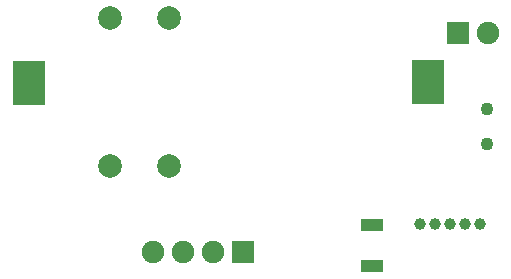
<source format=gbs>
%FSLAX24Y24*%
%MOIN*%
G70*
G01*
G75*
G04 Layer_Color=16711935*
%ADD10R,0.0787X0.0492*%
%ADD11O,0.0098X0.0335*%
%ADD12R,0.0532X0.0256*%
%ADD13O,0.0354X0.0157*%
%ADD14R,0.0591X0.0945*%
%ADD15O,0.0354X0.0110*%
%ADD16O,0.0110X0.0354*%
%ADD17R,0.0945X0.0945*%
%ADD18R,0.0591X0.0748*%
%ADD19R,0.0591X0.0591*%
%ADD20R,0.0433X0.0394*%
%ADD21R,0.0276X0.0354*%
%ADD22R,0.0354X0.0276*%
%ADD23R,0.0118X0.0193*%
%ADD24R,0.0118X0.0205*%
%ADD25R,0.0512X0.0591*%
%ADD26C,0.0394*%
%ADD27R,0.0236X0.0394*%
%ADD28R,0.0591X0.0512*%
%ADD29O,0.0532X0.0217*%
%ADD30O,0.0217X0.0532*%
%ADD31R,0.0138X0.0394*%
%ADD32R,0.0512X0.0413*%
%ADD33R,0.0315X0.0394*%
%ADD34R,0.0591X0.0276*%
%ADD35C,0.0079*%
%ADD36C,0.0197*%
%ADD37C,0.0354*%
%ADD38C,0.0276*%
%ADD39C,0.0394*%
%ADD40C,0.0063*%
%ADD41C,0.0118*%
%ADD42C,0.0157*%
%ADD43C,0.0100*%
%ADD44R,0.0787X0.0492*%
%ADD45R,0.1811X0.0197*%
%ADD46R,0.0197X0.2589*%
%ADD47R,0.1004X0.0197*%
%ADD48R,0.0197X0.1969*%
%ADD49C,0.0669*%
%ADD50R,0.0669X0.0669*%
%ADD51C,0.0315*%
%ADD52C,0.0709*%
%ADD53C,0.0197*%
%ADD54C,0.0276*%
%ADD55C,0.0236*%
%ADD56C,0.0354*%
%ADD57R,0.1024X0.1378*%
%ADD58R,0.0669X0.0315*%
%ADD59C,0.0039*%
%ADD60C,0.0098*%
%ADD61C,0.0236*%
%ADD62R,0.0866X0.0571*%
%ADD63R,0.0867X0.0572*%
%ADD64O,0.0178X0.0415*%
%ADD65R,0.0612X0.0336*%
%ADD66O,0.0449X0.0252*%
%ADD67R,0.0671X0.1025*%
%ADD68O,0.0409X0.0165*%
%ADD69O,0.0165X0.0409*%
%ADD70R,0.1025X0.1025*%
%ADD71R,0.0671X0.0828*%
%ADD72R,0.0671X0.0671*%
%ADD73R,0.0513X0.0474*%
%ADD74R,0.0356X0.0434*%
%ADD75R,0.0434X0.0356*%
%ADD76R,0.0157X0.0232*%
%ADD77R,0.0157X0.0244*%
%ADD78R,0.0592X0.0671*%
%ADD79C,0.0474*%
%ADD80R,0.0316X0.0474*%
%ADD81R,0.0671X0.0592*%
%ADD82O,0.0612X0.0297*%
%ADD83O,0.0297X0.0612*%
%ADD84R,0.0218X0.0474*%
%ADD85R,0.0592X0.0493*%
%ADD86R,0.0395X0.0474*%
%ADD87R,0.0671X0.0356*%
%ADD88C,0.0749*%
%ADD89R,0.0749X0.0749*%
%ADD90C,0.0395*%
%ADD91C,0.0789*%
%ADD92C,0.0277*%
%ADD93C,0.0434*%
%ADD94R,0.1104X0.1458*%
%ADD95R,0.0749X0.0395*%
D88*
X9531Y-10500D02*
D03*
X10516D02*
D03*
X11500D02*
D03*
X20669Y-3189D02*
D03*
D89*
X12500Y-10500D02*
D03*
X19669Y-3189D02*
D03*
D90*
X18425Y-9567D02*
D03*
X18925D02*
D03*
X19425D02*
D03*
X19925D02*
D03*
X20425D02*
D03*
D91*
X10039Y-7638D02*
D03*
Y-2717D02*
D03*
X8071D02*
D03*
Y-7638D02*
D03*
D93*
X20659Y-5738D02*
D03*
Y-6919D02*
D03*
D94*
X18681Y-4823D02*
D03*
X5374Y-4862D02*
D03*
D95*
X16811Y-10984D02*
D03*
Y-9606D02*
D03*
M02*

</source>
